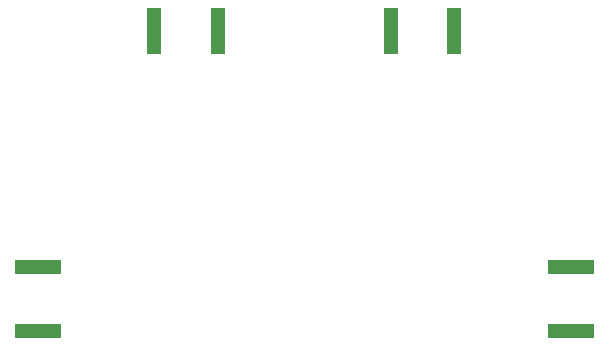
<source format=gbr>
%TF.GenerationSoftware,KiCad,Pcbnew,8.0.2*%
%TF.CreationDate,2025-01-07T09:10:32-03:00*%
%TF.ProjectId,LumiCom_Transmitter,4c756d69-436f-46d5-9f54-72616e736d69,rev?*%
%TF.SameCoordinates,Original*%
%TF.FileFunction,Paste,Bot*%
%TF.FilePolarity,Positive*%
%FSLAX46Y46*%
G04 Gerber Fmt 4.6, Leading zero omitted, Abs format (unit mm)*
G04 Created by KiCad (PCBNEW 8.0.2) date 2025-01-07 09:10:32*
%MOMM*%
%LPD*%
G01*
G04 APERTURE LIST*
%ADD10R,3.900000X1.200000*%
%ADD11R,1.200000X3.900000*%
G04 APERTURE END LIST*
D10*
%TO.C,J2*%
X47590000Y14300000D03*
X47590000Y19700000D03*
%TD*%
D11*
%TO.C,J5*%
X17700000Y39700000D03*
X12300000Y39700000D03*
%TD*%
D10*
%TO.C,J3*%
X2410000Y19700000D03*
X2410000Y14300000D03*
%TD*%
D11*
%TO.C,J4*%
X37700000Y39700000D03*
X32300000Y39700000D03*
%TD*%
M02*

</source>
